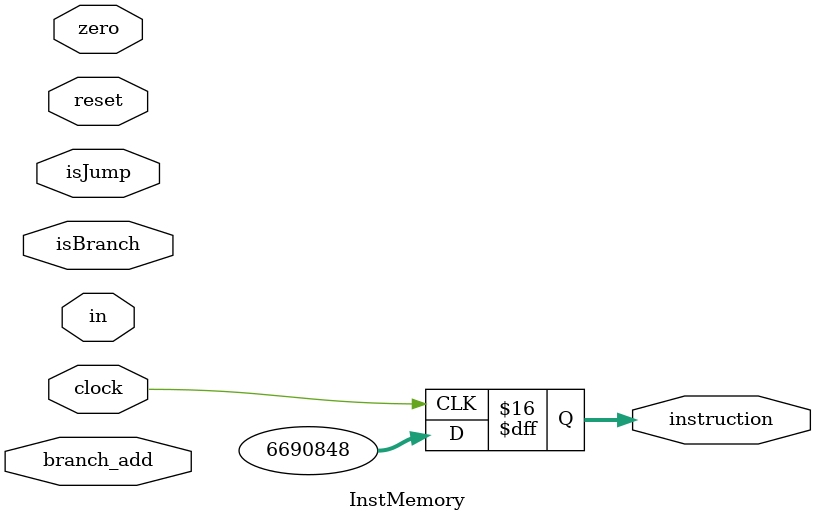
<source format=v>
`timescale 1ns / 1ps

/*
module InstMemory(
    input clock,
    input [31:0] pc,
    output [31:0] instruction
    );
    reg[31:0] instruction;
    reg [31:0] im[0:63];
    always @ (clock)
    begin
        assign instruction=im[pc];
    end
    //assign instruction=instruction;
endmodule
*/

module InstMemory(
    input clock,
    input[1:0] in,
    output [31:0] instruction,
	input[31:0] branch_add,
	input isBranch,
	input isJump,
	input zero,
	input reset
    );
    reg[31:0] instruction;
    reg [31:0] im[0:63];
    reg[31:0] PCP4,JP,BRADD;
    wire takebranch;
    reg[31:0] pc;
 //   assign BRADD=PCP4+(branch_add<<2);
 //   assign JP=((instruction&32'h03ffffff)<<2)|(PCP4&32'hf000);
 //   assign PCP4=pc+4;
    always @ (posedge clock)
    begin
        //instruction=im[pc>>2];
        instruction=32'b00000000011001100001100000100000;
        PCP4=pc+4;
        BRADD=PCP4+(branch_add<<2);
        JP=((instruction&32'h03ffffff)<<2)|(PCP4&32'hf0000000);
    end
    always @ (negedge clock)
    begin
        pc=isJump?JP:(takebranch?BRADD:PCP4);
    end
    always @(negedge reset)
    begin
        pc<=32'h00000000;
    end
and(takebranch,isBranch,zero);
endmodule





</source>
